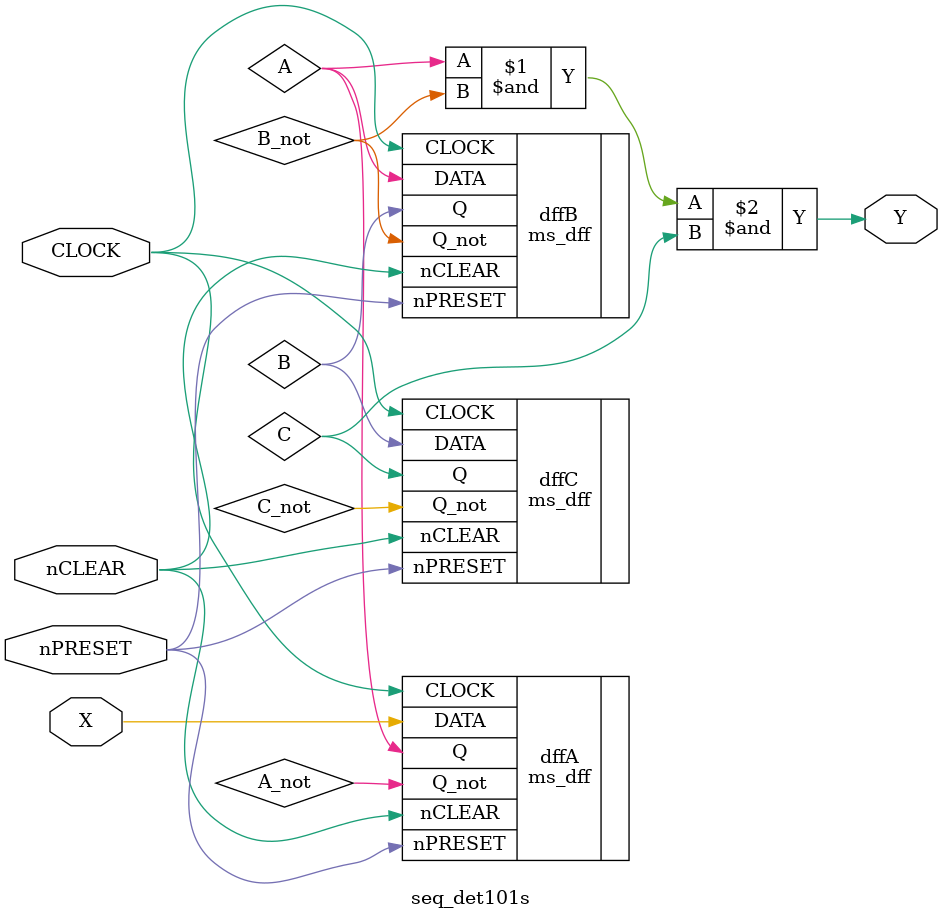
<source format=v>

/********************************************************************
 Title       : seq_det101s.v	     		 
 Design      : 101 Sequence Detector	 
 Author      : David J. Marion		     	
 Assignment  : Homework #4      	 
 Course      : EE352 Digital Design II
 Incl. Mods  : ms_dff.v
 Stimulus    : seq_det101s_TB.v
 Func. Check : Sequence detection checks GOOD
			   Preset and clear 
 Information : This module contains three d flip flops that 
			   combinationally trigger an output with a 101 
			   state. Inputs are fed serially to the first
			   flip flop which feeds the next and the next.
*********************************************************************/

`timescale 1ns/1ps	//Defines "reference time" and "precision time"

module seq_det101s(
	output Y,		//101 sequence output = dffA & !dffB & dffC
	
	input CLOCK,
	input nPRESET,
	input nCLEAR,
	input X			//Serial input
);

wire CLOCK, nPRESET, nCLEAR, X, Y, 
	 A, A_not, B, B_not, C, C_not;

//Define output Y
and (Y, A, B_not, C);

ms_dff dffA(
	.Q(A),
	.Q_not(A_not),
	
	.CLOCK(CLOCK),
	.nPRESET(nPRESET),
	.nCLEAR(nCLEAR),
	.DATA(X)
);

ms_dff dffB(
	.Q(B),
	.Q_not(B_not),
	
	.CLOCK(CLOCK),
	.nPRESET(nPRESET),
	.nCLEAR(nCLEAR),
	.DATA(A)
);

ms_dff dffC(
	.Q(C),
	.Q_not(C_not),
	
	.CLOCK(CLOCK),
	.nPRESET(nPRESET),
	.nCLEAR(nCLEAR),
	.DATA(B)
);

endmodule
</source>
